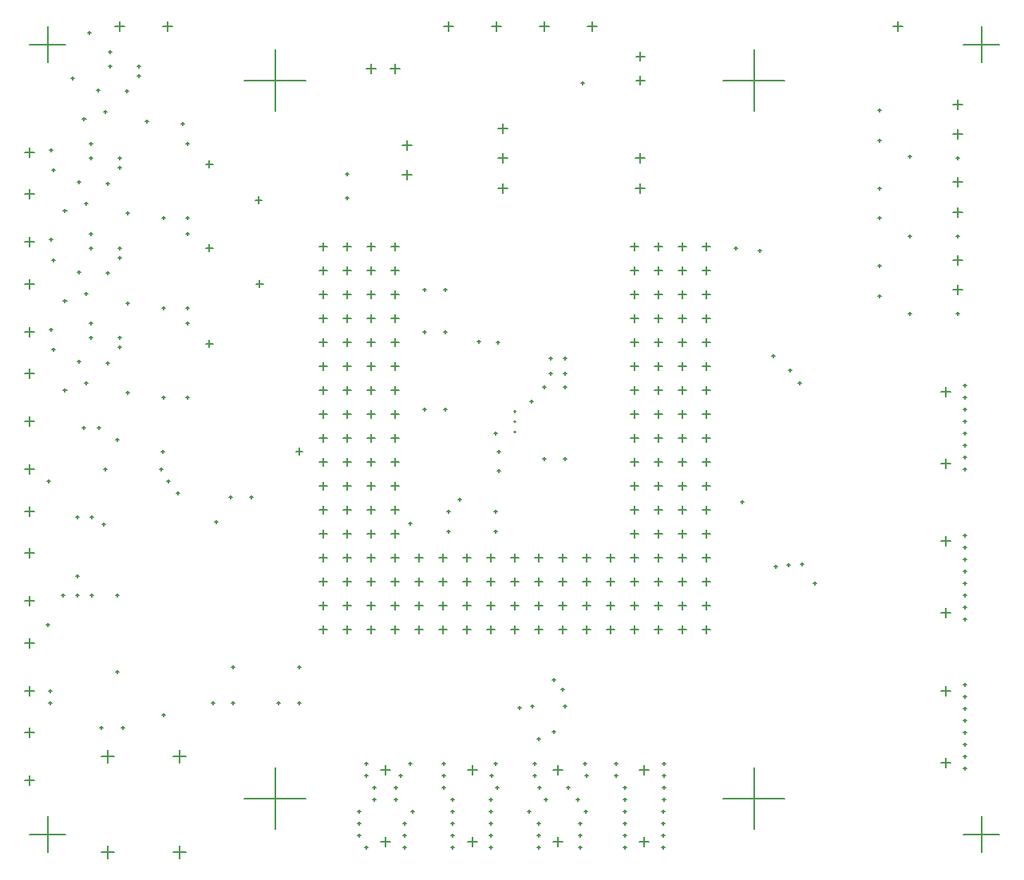
<source format=gbr>
%TF.GenerationSoftware,Altium Limited,Altium Designer,19.1.7 (138)*%
G04 Layer_Color=128*
%FSLAX26Y26*%
%MOIN*%
%TF.FileFunction,Drillmap*%
%TF.Part,Single*%
G01*
G75*
%TA.AperFunction,NonConductor*%
%ADD94C,0.005000*%
D94*
X1055000Y2125000D02*
X1095000D01*
X1075000Y2105000D02*
Y2145000D01*
X3259921Y1420000D02*
X3300079D01*
X3280000Y1399921D02*
Y1440079D01*
X3259921Y1120000D02*
X3300079D01*
X3280000Y1099921D02*
Y1140079D01*
X2540039Y1420000D02*
X2580197D01*
X2560118Y1399921D02*
Y1440079D01*
X2540039Y1120000D02*
X2580197D01*
X2560118Y1099921D02*
Y1140079D01*
X2904921Y1420000D02*
X2945079D01*
X2925000Y1399921D02*
Y1440079D01*
X2904921Y1120000D02*
X2945079D01*
X2925000Y1099921D02*
Y1140079D01*
X3619921Y1420000D02*
X3660079D01*
X3640000Y1399921D02*
Y1440079D01*
X3619921Y1120000D02*
X3660079D01*
X3640000Y1099921D02*
Y1140079D01*
X4879922Y2075000D02*
X4920079D01*
X4900000Y2054921D02*
Y2095079D01*
X4879922Y2375000D02*
X4920079D01*
X4900000Y2354921D02*
Y2395079D01*
X4879922Y1450000D02*
X4920079D01*
X4900000Y1429921D02*
Y1470079D01*
X4879922Y1750000D02*
X4920079D01*
X4900000Y1729921D02*
Y1770079D01*
X4879921Y3000000D02*
X4920079D01*
X4900000Y2979921D02*
Y3020079D01*
X4879921Y2700000D02*
X4920079D01*
X4900000Y2679921D02*
Y2720079D01*
X1055000Y1950000D02*
X1095000D01*
X1075000Y1930000D02*
Y1970000D01*
X1055000Y2325000D02*
X1095000D01*
X1075000Y2305000D02*
Y2345000D01*
X4930000Y3550000D02*
X4970000D01*
X4950000Y3530000D02*
Y3570000D01*
X2284000Y2005000D02*
X2316000D01*
X2300000Y1989000D02*
Y2021000D01*
X2484000Y2005000D02*
X2516000D01*
X2500000Y1989000D02*
Y2021000D01*
X2384000Y2105000D02*
X2416000D01*
X2400000Y2089000D02*
Y2121000D01*
X2384000Y2005000D02*
X2416000D01*
X2400000Y1989000D02*
Y2021000D01*
X2284000Y2105000D02*
X2316000D01*
X2300000Y2089000D02*
Y2121000D01*
X2284000Y2205000D02*
X2316000D01*
X2300000Y2189000D02*
Y2221000D01*
X2384000Y2205000D02*
X2416000D01*
X2400000Y2189000D02*
Y2221000D01*
X2384000Y2305000D02*
X2416000D01*
X2400000Y2289000D02*
Y2321000D01*
X2484000Y2305000D02*
X2516000D01*
X2500000Y2289000D02*
Y2321000D01*
X2284000Y2405000D02*
X2316000D01*
X2300000Y2389000D02*
Y2421000D01*
X2284000Y2505000D02*
X2316000D01*
X2300000Y2489000D02*
Y2521000D01*
X2284000Y2305000D02*
X2316000D01*
X2300000Y2289000D02*
Y2321000D01*
X2384000Y2505000D02*
X2416000D01*
X2400000Y2489000D02*
Y2521000D01*
X2384000Y2405000D02*
X2416000D01*
X2400000Y2389000D02*
Y2421000D01*
X2584000Y2005000D02*
X2616000D01*
X2600000Y1989000D02*
Y2021000D01*
X2584000Y2105000D02*
X2616000D01*
X2600000Y2089000D02*
Y2121000D01*
X2684000Y2005000D02*
X2716000D01*
X2700000Y1989000D02*
Y2021000D01*
X2984000Y2005000D02*
X3016000D01*
X3000000Y1989000D02*
Y2021000D01*
X2784000Y2005000D02*
X2816000D01*
X2800000Y1989000D02*
Y2021000D01*
X2884000Y2005000D02*
X2916000D01*
X2900000Y1989000D02*
Y2021000D01*
X2484000Y2105000D02*
X2516000D01*
X2500000Y2089000D02*
Y2121000D01*
X2484000Y2205000D02*
X2516000D01*
X2500000Y2189000D02*
Y2221000D01*
X2684000Y2105000D02*
X2716000D01*
X2700000Y2089000D02*
Y2121000D01*
X2584000Y2205000D02*
X2616000D01*
X2600000Y2189000D02*
Y2221000D01*
X2684000Y2205000D02*
X2716000D01*
X2700000Y2189000D02*
Y2221000D01*
X2484000Y2405000D02*
X2516000D01*
X2500000Y2389000D02*
Y2421000D01*
X2484000Y2505000D02*
X2516000D01*
X2500000Y2489000D02*
Y2521000D01*
X2584000Y2305000D02*
X2616000D01*
X2600000Y2289000D02*
Y2321000D01*
X2584000Y2505000D02*
X2616000D01*
X2600000Y2489000D02*
Y2521000D01*
X2584000Y2405000D02*
X2616000D01*
X2600000Y2389000D02*
Y2421000D01*
X2784000Y2105000D02*
X2816000D01*
X2800000Y2089000D02*
Y2121000D01*
X2784000Y2205000D02*
X2816000D01*
X2800000Y2189000D02*
Y2221000D01*
X2884000Y2105000D02*
X2916000D01*
X2900000Y2089000D02*
Y2121000D01*
X2884000Y2205000D02*
X2916000D01*
X2900000Y2189000D02*
Y2221000D01*
X2984000Y2105000D02*
X3016000D01*
X3000000Y2089000D02*
Y2121000D01*
X2784000Y2305000D02*
X2816000D01*
X2800000Y2289000D02*
Y2321000D01*
X2684000Y2305000D02*
X2716000D01*
X2700000Y2289000D02*
Y2321000D01*
X2984000Y2205000D02*
X3016000D01*
X3000000Y2189000D02*
Y2221000D01*
X2884000Y2305000D02*
X2916000D01*
X2900000Y2289000D02*
Y2321000D01*
X2984000Y2305000D02*
X3016000D01*
X3000000Y2289000D02*
Y2321000D01*
X2284000Y2605000D02*
X2316000D01*
X2300000Y2589000D02*
Y2621000D01*
X2284000Y2805000D02*
X2316000D01*
X2300000Y2789000D02*
Y2821000D01*
X2284000Y2705000D02*
X2316000D01*
X2300000Y2689000D02*
Y2721000D01*
X2284000Y2905000D02*
X2316000D01*
X2300000Y2889000D02*
Y2921000D01*
X2284000Y3105000D02*
X2316000D01*
X2300000Y3089000D02*
Y3121000D01*
X2284000Y3005000D02*
X2316000D01*
X2300000Y2989000D02*
Y3021000D01*
X2284000Y3505000D02*
X2316000D01*
X2300000Y3489000D02*
Y3521000D01*
X2284000Y3605000D02*
X2316000D01*
X2300000Y3589000D02*
Y3621000D01*
X2284000Y3205000D02*
X2316000D01*
X2300000Y3189000D02*
Y3221000D01*
X2284000Y3405000D02*
X2316000D01*
X2300000Y3389000D02*
Y3421000D01*
X2284000Y3305000D02*
X2316000D01*
X2300000Y3289000D02*
Y3321000D01*
X2384000Y2605000D02*
X2416000D01*
X2400000Y2589000D02*
Y2621000D01*
X2384000Y2705000D02*
X2416000D01*
X2400000Y2689000D02*
Y2721000D01*
X2484000Y2605000D02*
X2516000D01*
X2500000Y2589000D02*
Y2621000D01*
X2484000Y2705000D02*
X2516000D01*
X2500000Y2689000D02*
Y2721000D01*
X2384000Y2805000D02*
X2416000D01*
X2400000Y2789000D02*
Y2821000D01*
X2384000Y2905000D02*
X2416000D01*
X2400000Y2889000D02*
Y2921000D01*
X2484000Y2805000D02*
X2516000D01*
X2500000Y2789000D02*
Y2821000D01*
X2384000Y3105000D02*
X2416000D01*
X2400000Y3089000D02*
Y3121000D01*
X2384000Y3005000D02*
X2416000D01*
X2400000Y2989000D02*
Y3021000D01*
X2584000Y2705000D02*
X2616000D01*
X2600000Y2689000D02*
Y2721000D01*
X2484000Y2905000D02*
X2516000D01*
X2500000Y2889000D02*
Y2921000D01*
X2584000Y2605000D02*
X2616000D01*
X2600000Y2589000D02*
Y2621000D01*
X2584000Y2905000D02*
X2616000D01*
X2600000Y2889000D02*
Y2921000D01*
X2584000Y2805000D02*
X2616000D01*
X2600000Y2789000D02*
Y2821000D01*
X2484000Y3005000D02*
X2516000D01*
X2500000Y2989000D02*
Y3021000D01*
X2484000Y3105000D02*
X2516000D01*
X2500000Y3089000D02*
Y3121000D01*
X2584000Y3005000D02*
X2616000D01*
X2600000Y2989000D02*
Y3021000D01*
X2484000Y3205000D02*
X2516000D01*
X2500000Y3189000D02*
Y3221000D01*
X2584000Y3105000D02*
X2616000D01*
X2600000Y3089000D02*
Y3121000D01*
X2384000Y3305000D02*
X2416000D01*
X2400000Y3289000D02*
Y3321000D01*
X2384000Y3405000D02*
X2416000D01*
X2400000Y3389000D02*
Y3421000D01*
X2384000Y3205000D02*
X2416000D01*
X2400000Y3189000D02*
Y3221000D01*
X2484000Y3505000D02*
X2516000D01*
X2500000Y3489000D02*
Y3521000D01*
X2484000Y3305000D02*
X2516000D01*
X2500000Y3289000D02*
Y3321000D01*
X2384000Y3505000D02*
X2416000D01*
X2400000Y3489000D02*
Y3521000D01*
X2384000Y3605000D02*
X2416000D01*
X2400000Y3589000D02*
Y3621000D01*
X2484000Y3605000D02*
X2516000D01*
X2500000Y3589000D02*
Y3621000D01*
X2584000Y3305000D02*
X2616000D01*
X2600000Y3289000D02*
Y3321000D01*
X2484000Y3405000D02*
X2516000D01*
X2500000Y3389000D02*
Y3421000D01*
X2584000Y3205000D02*
X2616000D01*
X2600000Y3189000D02*
Y3221000D01*
X2584000Y3505000D02*
X2616000D01*
X2600000Y3489000D02*
Y3521000D01*
X2584000Y3405000D02*
X2616000D01*
X2600000Y3389000D02*
Y3421000D01*
X2584000Y3605000D02*
X2616000D01*
X2600000Y3589000D02*
Y3621000D01*
X3184000Y2005000D02*
X3216000D01*
X3200000Y1989000D02*
Y2021000D01*
X3084000Y2005000D02*
X3116000D01*
X3100000Y1989000D02*
Y2021000D01*
X3284000Y2105000D02*
X3316000D01*
X3300000Y2089000D02*
Y2121000D01*
X3284000Y2005000D02*
X3316000D01*
X3300000Y1989000D02*
Y2021000D01*
X3384000Y2005000D02*
X3416000D01*
X3400000Y1989000D02*
Y2021000D01*
X3484000Y2005000D02*
X3516000D01*
X3500000Y1989000D02*
Y2021000D01*
X3584000Y2005000D02*
X3616000D01*
X3600000Y1989000D02*
Y2021000D01*
X3084000Y2105000D02*
X3116000D01*
X3100000Y2089000D02*
Y2121000D01*
X3084000Y2205000D02*
X3116000D01*
X3100000Y2189000D02*
Y2221000D01*
X3184000Y2105000D02*
X3216000D01*
X3200000Y2089000D02*
Y2121000D01*
X3184000Y2205000D02*
X3216000D01*
X3200000Y2189000D02*
Y2221000D01*
X3184000Y2305000D02*
X3216000D01*
X3200000Y2289000D02*
Y2321000D01*
X3084000Y2305000D02*
X3116000D01*
X3100000Y2289000D02*
Y2321000D01*
X3284000Y2205000D02*
X3316000D01*
X3300000Y2189000D02*
Y2221000D01*
X3284000Y2305000D02*
X3316000D01*
X3300000Y2289000D02*
Y2321000D01*
X3384000Y2305000D02*
X3416000D01*
X3400000Y2289000D02*
Y2321000D01*
X3384000Y2105000D02*
X3416000D01*
X3400000Y2089000D02*
Y2121000D01*
X3384000Y2205000D02*
X3416000D01*
X3400000Y2189000D02*
Y2221000D01*
X3484000Y2105000D02*
X3516000D01*
X3500000Y2089000D02*
Y2121000D01*
X3484000Y2205000D02*
X3516000D01*
X3500000Y2189000D02*
Y2221000D01*
X3584000Y2105000D02*
X3616000D01*
X3600000Y2089000D02*
Y2121000D01*
X3584000Y2305000D02*
X3616000D01*
X3600000Y2289000D02*
Y2321000D01*
X3484000Y2305000D02*
X3516000D01*
X3500000Y2289000D02*
Y2321000D01*
X3584000Y2205000D02*
X3616000D01*
X3600000Y2189000D02*
Y2221000D01*
X3584000Y2505000D02*
X3616000D01*
X3600000Y2489000D02*
Y2521000D01*
X3584000Y2405000D02*
X3616000D01*
X3600000Y2389000D02*
Y2421000D01*
X3684000Y2005000D02*
X3716000D01*
X3700000Y1989000D02*
Y2021000D01*
X3684000Y2105000D02*
X3716000D01*
X3700000Y2089000D02*
Y2121000D01*
X3784000Y2105000D02*
X3816000D01*
X3800000Y2089000D02*
Y2121000D01*
X3784000Y2005000D02*
X3816000D01*
X3800000Y1989000D02*
Y2021000D01*
X3884000Y2005000D02*
X3916000D01*
X3900000Y1989000D02*
Y2021000D01*
X3684000Y2205000D02*
X3716000D01*
X3700000Y2189000D02*
Y2221000D01*
X3684000Y2305000D02*
X3716000D01*
X3700000Y2289000D02*
Y2321000D01*
X3784000Y2205000D02*
X3816000D01*
X3800000Y2189000D02*
Y2221000D01*
X3784000Y2305000D02*
X3816000D01*
X3800000Y2289000D02*
Y2321000D01*
X3884000Y2205000D02*
X3916000D01*
X3900000Y2189000D02*
Y2221000D01*
X3684000Y2405000D02*
X3716000D01*
X3700000Y2389000D02*
Y2421000D01*
X3684000Y2505000D02*
X3716000D01*
X3700000Y2489000D02*
Y2521000D01*
X3884000Y2305000D02*
X3916000D01*
X3900000Y2289000D02*
Y2321000D01*
X3784000Y2505000D02*
X3816000D01*
X3800000Y2489000D02*
Y2521000D01*
X3784000Y2405000D02*
X3816000D01*
X3800000Y2389000D02*
Y2421000D01*
X3884000Y2105000D02*
X3916000D01*
X3900000Y2089000D02*
Y2121000D01*
X3884000Y2405000D02*
X3916000D01*
X3900000Y2389000D02*
Y2421000D01*
X3584000Y2605000D02*
X3616000D01*
X3600000Y2589000D02*
Y2621000D01*
X3584000Y2705000D02*
X3616000D01*
X3600000Y2689000D02*
Y2721000D01*
X3684000Y2705000D02*
X3716000D01*
X3700000Y2689000D02*
Y2721000D01*
X3684000Y2805000D02*
X3716000D01*
X3700000Y2789000D02*
Y2821000D01*
X3584000Y2805000D02*
X3616000D01*
X3600000Y2789000D02*
Y2821000D01*
X3584000Y2905000D02*
X3616000D01*
X3600000Y2889000D02*
Y2921000D01*
X3684000Y2905000D02*
X3716000D01*
X3700000Y2889000D02*
Y2921000D01*
X3584000Y3105000D02*
X3616000D01*
X3600000Y3089000D02*
Y3121000D01*
X3584000Y3005000D02*
X3616000D01*
X3600000Y2989000D02*
Y3021000D01*
X3784000Y2605000D02*
X3816000D01*
X3800000Y2589000D02*
Y2621000D01*
X3684000Y2605000D02*
X3716000D01*
X3700000Y2589000D02*
Y2621000D01*
X3784000Y2705000D02*
X3816000D01*
X3800000Y2689000D02*
Y2721000D01*
X3784000Y2905000D02*
X3816000D01*
X3800000Y2889000D02*
Y2921000D01*
X3784000Y2805000D02*
X3816000D01*
X3800000Y2789000D02*
Y2821000D01*
X3684000Y3005000D02*
X3716000D01*
X3700000Y2989000D02*
Y3021000D01*
X3684000Y3105000D02*
X3716000D01*
X3700000Y3089000D02*
Y3121000D01*
X3784000Y3005000D02*
X3816000D01*
X3800000Y2989000D02*
Y3021000D01*
X3784000Y3205000D02*
X3816000D01*
X3800000Y3189000D02*
Y3221000D01*
X3784000Y3105000D02*
X3816000D01*
X3800000Y3089000D02*
Y3121000D01*
X3584000Y3205000D02*
X3616000D01*
X3600000Y3189000D02*
Y3221000D01*
X3584000Y3305000D02*
X3616000D01*
X3600000Y3289000D02*
Y3321000D01*
X3684000Y3405000D02*
X3716000D01*
X3700000Y3389000D02*
Y3421000D01*
X3584000Y3405000D02*
X3616000D01*
X3600000Y3389000D02*
Y3421000D01*
X3584000Y3605000D02*
X3616000D01*
X3600000Y3589000D02*
Y3621000D01*
X3584000Y3505000D02*
X3616000D01*
X3600000Y3489000D02*
Y3521000D01*
X3684000Y3205000D02*
X3716000D01*
X3700000Y3189000D02*
Y3221000D01*
X3684000Y3305000D02*
X3716000D01*
X3700000Y3289000D02*
Y3321000D01*
X3784000Y3305000D02*
X3816000D01*
X3800000Y3289000D02*
Y3321000D01*
X3684000Y3505000D02*
X3716000D01*
X3700000Y3489000D02*
Y3521000D01*
X3784000Y3405000D02*
X3816000D01*
X3800000Y3389000D02*
Y3421000D01*
X3684000Y3605000D02*
X3716000D01*
X3700000Y3589000D02*
Y3621000D01*
X3784000Y3505000D02*
X3816000D01*
X3800000Y3489000D02*
Y3521000D01*
X3784000Y3605000D02*
X3816000D01*
X3800000Y3589000D02*
Y3621000D01*
X3884000Y2505000D02*
X3916000D01*
X3900000Y2489000D02*
Y2521000D01*
X3884000Y2605000D02*
X3916000D01*
X3900000Y2589000D02*
Y2621000D01*
X3884000Y2705000D02*
X3916000D01*
X3900000Y2689000D02*
Y2721000D01*
X3884000Y2805000D02*
X3916000D01*
X3900000Y2789000D02*
Y2821000D01*
X3884000Y3005000D02*
X3916000D01*
X3900000Y2989000D02*
Y3021000D01*
X3884000Y2905000D02*
X3916000D01*
X3900000Y2889000D02*
Y2921000D01*
X3884000Y3105000D02*
X3916000D01*
X3900000Y3089000D02*
Y3121000D01*
X3884000Y3205000D02*
X3916000D01*
X3900000Y3189000D02*
Y3221000D01*
X3884000Y3405000D02*
X3916000D01*
X3900000Y3389000D02*
Y3421000D01*
X3884000Y3305000D02*
X3916000D01*
X3900000Y3289000D02*
Y3321000D01*
X3884000Y3505000D02*
X3916000D01*
X3900000Y3489000D02*
Y3521000D01*
X3884000Y3605000D02*
X3916000D01*
X3900000Y3589000D02*
Y3621000D01*
X1374000Y1475000D02*
X1426000D01*
X1400000Y1449000D02*
Y1501000D01*
X1374000Y1075000D02*
X1426000D01*
X1400000Y1049000D02*
Y1101000D01*
X1674000Y1075000D02*
X1726000D01*
X1700000Y1049000D02*
Y1101000D01*
X1674000Y1475000D02*
X1726000D01*
X1700000Y1449000D02*
Y1501000D01*
X1055000Y3825000D02*
X1095000D01*
X1075000Y3805000D02*
Y3845000D01*
X1055000Y4000000D02*
X1095000D01*
X1075000Y3980000D02*
Y4020000D01*
X1055000Y3450000D02*
X1095000D01*
X1075000Y3430000D02*
Y3470000D01*
X1055000Y3625000D02*
X1095000D01*
X1075000Y3605000D02*
Y3645000D01*
X1055000Y3075000D02*
X1095000D01*
X1075000Y3055000D02*
Y3095000D01*
X1055000Y3250000D02*
X1095000D01*
X1075000Y3230000D02*
Y3270000D01*
X3405000Y4525000D02*
X3445000D01*
X3425000Y4505000D02*
Y4545000D01*
X2479921Y4350000D02*
X2520079D01*
X2500000Y4329921D02*
Y4370079D01*
X2579921Y4350000D02*
X2620079D01*
X2600000Y4329921D02*
Y4370079D01*
X3607481Y4400000D02*
X3642520D01*
X3625000Y4382480D02*
Y4417520D01*
X3607481Y4300000D02*
X3642520D01*
X3625000Y4282480D02*
Y4317520D01*
X1055000Y2500000D02*
X1095000D01*
X1075000Y2480000D02*
Y2520000D01*
X1430000Y4525000D02*
X1470000D01*
X1450000Y4505000D02*
Y4545000D01*
X1055000Y1750000D02*
X1095000D01*
X1075000Y1730000D02*
Y1770000D01*
X1055000Y1375000D02*
X1095000D01*
X1075000Y1355000D02*
Y1395000D01*
X1055000Y1575000D02*
X1095000D01*
X1075000Y1555000D02*
Y1595000D01*
X4930000Y3750000D02*
X4970000D01*
X4950000Y3730000D02*
Y3770000D01*
X4930000Y3875000D02*
X4970000D01*
X4950000Y3855000D02*
Y3895000D01*
X4930000Y4075000D02*
X4970000D01*
X4950000Y4055000D02*
Y4095000D01*
X4930000Y4200000D02*
X4970000D01*
X4950000Y4180000D02*
Y4220000D01*
X4930000Y3425000D02*
X4970000D01*
X4950000Y3405000D02*
Y3445000D01*
X1055000Y2875000D02*
X1095000D01*
X1075000Y2855000D02*
Y2895000D01*
X1055000Y2675000D02*
X1095000D01*
X1075000Y2655000D02*
Y2695000D01*
X2805000Y4525000D02*
X2845000D01*
X2825000Y4505000D02*
Y4545000D01*
X3005000Y4525000D02*
X3045000D01*
X3025000Y4505000D02*
Y4545000D01*
X3205000Y4525000D02*
X3245000D01*
X3225000Y4505000D02*
Y4545000D01*
X1630000Y4525000D02*
X1670000D01*
X1650000Y4505000D02*
Y4545000D01*
X4680000Y4525000D02*
X4720000D01*
X4700000Y4505000D02*
Y4545000D01*
X3605000Y3975000D02*
X3645000D01*
X3625000Y3955000D02*
Y3995000D01*
X3605000Y3850000D02*
X3645000D01*
X3625000Y3830000D02*
Y3870000D01*
X3030000Y3850000D02*
X3070000D01*
X3050000Y3830000D02*
Y3870000D01*
X3030000Y3975000D02*
X3070000D01*
X3050000Y3955000D02*
Y3995000D01*
X3030000Y4100000D02*
X3070000D01*
X3050000Y4080000D02*
Y4120000D01*
X2630000Y3904921D02*
X2670000D01*
X2650000Y3884921D02*
Y3924921D01*
X2630000Y4029921D02*
X2670000D01*
X2650000Y4009921D02*
Y4049921D01*
X1075000Y1150000D02*
X1225000D01*
X1150000Y1075000D02*
Y1225000D01*
X1075000Y4450000D02*
X1225000D01*
X1150000Y4375000D02*
Y4525000D01*
X4975000Y1150000D02*
X5125000D01*
X5050000Y1075000D02*
Y1225000D01*
X4975000Y4450000D02*
X5125000D01*
X5050000Y4375000D02*
Y4525000D01*
X1623000Y2750000D02*
X1637000D01*
X1630000Y2743000D02*
Y2757000D01*
X2943000Y3210000D02*
X2957000D01*
X2950000Y3203000D02*
Y3217000D01*
X1143000Y2025000D02*
X1157000D01*
X1150000Y2018000D02*
Y2032000D01*
X1383000Y2675000D02*
X1397000D01*
X1390000Y2668000D02*
Y2682000D01*
X1148000Y2625000D02*
X1162000D01*
X1155000Y2618000D02*
Y2632000D01*
X3391074Y1245574D02*
X3405074D01*
X3398074Y1238574D02*
Y1252574D01*
X3358000Y1295000D02*
X3372000D01*
X3365000Y1288000D02*
Y1302000D01*
X2473000Y1395000D02*
X2487000D01*
X2480000Y1388000D02*
Y1402000D01*
X2473000Y1445000D02*
X2487000D01*
X2480000Y1438000D02*
Y1452000D01*
X2658000Y1445000D02*
X2672000D01*
X2665000Y1438000D02*
Y1452000D01*
X3518000Y1395000D02*
X3532000D01*
X3525000Y1388000D02*
Y1402000D01*
X3518000Y1445000D02*
X3532000D01*
X3525000Y1438000D02*
Y1452000D01*
X3198000Y1345000D02*
X3212000D01*
X3205000Y1338000D02*
Y1352000D01*
X3193000Y1550000D02*
X3207000D01*
X3200000Y1543000D02*
Y1557000D01*
X3178000Y1395000D02*
X3192000D01*
X3185000Y1388000D02*
Y1402000D01*
X3178000Y1445000D02*
X3192000D01*
X3185000Y1438000D02*
Y1452000D01*
X2473000Y1095000D02*
X2487000D01*
X2480000Y1088000D02*
Y1102000D01*
X2798000Y1345000D02*
X2812000D01*
X2805000Y1338000D02*
Y1352000D01*
X2798000Y1395000D02*
X2812000D01*
X2805000Y1388000D02*
Y1402000D01*
X2798000Y1445000D02*
X2812000D01*
X2805000Y1438000D02*
Y1452000D01*
X3193000Y1195000D02*
X3207000D01*
X3200000Y1188000D02*
Y1202000D01*
X3193000Y1145000D02*
X3207000D01*
X3200000Y1138000D02*
Y1152000D01*
X3193000Y1095000D02*
X3207000D01*
X3200000Y1088000D02*
Y1102000D01*
X4973118Y3025000D02*
X4987118D01*
X4980118Y3018000D02*
Y3032000D01*
X4973118Y2975000D02*
X4987118D01*
X4980118Y2968000D02*
Y2982000D01*
X4973118Y2925000D02*
X4987118D01*
X4980118Y2918000D02*
Y2932000D01*
X4973118Y2875000D02*
X4987118D01*
X4980118Y2868000D02*
Y2882000D01*
X4973118Y2825000D02*
X4987118D01*
X4980118Y2818000D02*
Y2832000D01*
X4973118Y2775000D02*
X4987118D01*
X4980118Y2768000D02*
Y2782000D01*
X4973118Y2725000D02*
X4987118D01*
X4980118Y2718000D02*
Y2732000D01*
X4973118Y2675000D02*
X4987118D01*
X4980118Y2668000D02*
Y2682000D01*
X1293000Y2850000D02*
X1307000D01*
X1300000Y2843000D02*
Y2857000D01*
X2186000Y2750000D02*
X2214000D01*
X2200000Y2736000D02*
Y2764000D01*
X3096063Y2832677D02*
X3103937D01*
X3100000Y2828740D02*
Y2836614D01*
X3096063Y2875000D02*
X3103937D01*
X3100000Y2871063D02*
Y2878937D01*
X3096063Y2917323D02*
X3103937D01*
X3100000Y2913386D02*
Y2921260D01*
X1458000Y1595000D02*
X1472000D01*
X1465000Y1588000D02*
Y1602000D01*
X1811000Y3950000D02*
X1839000D01*
X1825000Y3936000D02*
Y3964000D01*
X1811000Y3600000D02*
X1839000D01*
X1825000Y3586000D02*
Y3614000D01*
X1811000Y3200000D02*
X1839000D01*
X1825000Y3186000D02*
Y3214000D01*
X2598118Y1295000D02*
X2612118D01*
X2605118Y1288000D02*
Y1302000D01*
X2443118Y1245000D02*
X2457118D01*
X2450118Y1238000D02*
Y1252000D01*
X2443118Y1195000D02*
X2457118D01*
X2450118Y1188000D02*
Y1202000D01*
X2508118Y1345000D02*
X2522118D01*
X2515118Y1338000D02*
Y1352000D01*
X2508118Y1295000D02*
X2522118D01*
X2515118Y1288000D02*
Y1302000D01*
X2598118Y1345000D02*
X2612118D01*
X2605118Y1338000D02*
Y1352000D01*
X2618118Y1395000D02*
X2632118D01*
X2625118Y1388000D02*
Y1402000D01*
X1318000Y4500000D02*
X1332000D01*
X1325000Y4493000D02*
Y4507000D01*
X1403000Y4420000D02*
X1417000D01*
X1410000Y4413000D02*
Y4427000D01*
X3303000Y3140000D02*
X3317000D01*
X3310000Y3133000D02*
Y3147000D01*
X3243000Y3140000D02*
X3257000D01*
X3250000Y3133000D02*
Y3147000D01*
X3303000Y3075000D02*
X3317000D01*
X3310000Y3068000D02*
Y3082000D01*
X3243000Y3075000D02*
X3257000D01*
X3250000Y3068000D02*
Y3082000D01*
X1848000Y2455000D02*
X1862000D01*
X1855000Y2448000D02*
Y2462000D01*
X1358000Y2850000D02*
X1372000D01*
X1365000Y2843000D02*
Y2857000D01*
X1688000Y2575000D02*
X1702000D01*
X1695000Y2568000D02*
Y2582000D01*
X1648000Y2625000D02*
X1662000D01*
X1655000Y2618000D02*
Y2632000D01*
X1618000Y2675000D02*
X1632000D01*
X1625000Y2668000D02*
Y2682000D01*
X1268000Y2230000D02*
X1282000D01*
X1275000Y2223000D02*
Y2237000D01*
X1378000Y2445000D02*
X1392000D01*
X1385000Y2438000D02*
Y2452000D01*
X2658000Y2450000D02*
X2672000D01*
X2665000Y2443000D02*
Y2457000D01*
X2863000Y2550000D02*
X2877000D01*
X2870000Y2543000D02*
Y2557000D01*
X1918000Y1850000D02*
X1932000D01*
X1925000Y1843000D02*
Y1857000D01*
X2193000Y1850000D02*
X2207000D01*
X2200000Y1843000D02*
Y1857000D01*
X3163000Y2960000D02*
X3177000D01*
X3170000Y2953000D02*
Y2967000D01*
X3013000Y2825000D02*
X3027000D01*
X3020000Y2818000D02*
Y2832000D01*
X3013000Y2500000D02*
X3027000D01*
X3020000Y2493000D02*
Y2507000D01*
X2818000Y2415000D02*
X2832000D01*
X2825000Y2408000D02*
Y2422000D01*
X3013000Y2415000D02*
X3027000D01*
X3020000Y2408000D02*
Y2422000D01*
X2818000Y2500000D02*
X2832000D01*
X2825000Y2493000D02*
Y2507000D01*
X3378000Y4290000D02*
X3392000D01*
X3385000Y4283000D02*
Y4297000D01*
X2021000Y3450000D02*
X2049000D01*
X2035000Y3436000D02*
Y3464000D01*
X2016000Y3800000D02*
X2044000D01*
X2030000Y3786000D02*
Y3814000D01*
X1433000Y1830000D02*
X1447000D01*
X1440000Y1823000D02*
Y1837000D01*
X1153000Y1700000D02*
X1167000D01*
X1160000Y1693000D02*
Y1707000D01*
X1368000Y1595000D02*
X1382000D01*
X1375000Y1588000D02*
Y1602000D01*
X1153000Y1750000D02*
X1167000D01*
X1160000Y1743000D02*
Y1757000D01*
X1628000Y1650000D02*
X1642000D01*
X1635000Y1643000D02*
Y1657000D01*
X1328000Y2150000D02*
X1342000D01*
X1335000Y2143000D02*
Y2157000D01*
X1328000Y2475000D02*
X1342000D01*
X1335000Y2468000D02*
Y2482000D01*
X1268000Y2475000D02*
X1282000D01*
X1275000Y2468000D02*
Y2482000D01*
X1268000Y2150000D02*
X1282000D01*
X1275000Y2143000D02*
Y2157000D01*
X1433000Y2150000D02*
X1447000D01*
X1440000Y2143000D02*
Y2157000D01*
X1208000Y2150000D02*
X1222000D01*
X1215000Y2143000D02*
Y2157000D01*
X1433000Y2800000D02*
X1447000D01*
X1440000Y2793000D02*
Y2807000D01*
X3223000Y1295000D02*
X3237000D01*
X3230000Y1288000D02*
Y1302000D01*
X3153000Y1245000D02*
X3167000D01*
X3160000Y1238000D02*
Y1252000D01*
X3388000Y1445000D02*
X3402000D01*
X3395000Y1438000D02*
Y1452000D01*
X3393000Y1395000D02*
X3407000D01*
X3400000Y1388000D02*
Y1402000D01*
X3258000Y1580000D02*
X3272000D01*
X3265000Y1573000D02*
Y1587000D01*
X3318000Y1345000D02*
X3332000D01*
X3325000Y1338000D02*
Y1352000D01*
X3168000Y1685000D02*
X3182000D01*
X3175000Y1678000D02*
Y1692000D01*
X3113000Y1680000D02*
X3127000D01*
X3120000Y1673000D02*
Y1687000D01*
X3368000Y1195000D02*
X3382000D01*
X3375000Y1188000D02*
Y1202000D01*
X3303000Y1685000D02*
X3317000D01*
X3310000Y1678000D02*
Y1692000D01*
X3293000Y1755000D02*
X3307000D01*
X3300000Y1748000D02*
Y1762000D01*
X3258000Y1795000D02*
X3272000D01*
X3265000Y1788000D02*
Y1802000D01*
X3553000Y1345000D02*
X3567000D01*
X3560000Y1338000D02*
Y1352000D01*
X3553000Y1295000D02*
X3567000D01*
X3560000Y1288000D02*
Y1302000D01*
X3553000Y1245000D02*
X3567000D01*
X3560000Y1238000D02*
Y1252000D01*
X3553000Y1195000D02*
X3567000D01*
X3560000Y1188000D02*
Y1202000D01*
X3553000Y1095000D02*
X3567000D01*
X3560000Y1088000D02*
Y1102000D01*
X3553000Y1145000D02*
X3567000D01*
X3560000Y1138000D02*
Y1152000D01*
X3713000Y1095000D02*
X3727000D01*
X3720000Y1088000D02*
Y1102000D01*
X3713000Y1145000D02*
X3727000D01*
X3720000Y1138000D02*
Y1152000D01*
X3713000Y1195000D02*
X3727000D01*
X3720000Y1188000D02*
Y1202000D01*
X3713000Y1245000D02*
X3727000D01*
X3720000Y1238000D02*
Y1252000D01*
X3013000Y1445000D02*
X3027000D01*
X3020000Y1438000D02*
Y1452000D01*
X2993000Y1245000D02*
X3007000D01*
X3000000Y1238000D02*
Y1252000D01*
X3019731Y1346731D02*
X3033731D01*
X3026731Y1339731D02*
Y1353731D01*
X2998000Y1395000D02*
X3012000D01*
X3005000Y1388000D02*
Y1402000D01*
X2833000Y1095000D02*
X2847000D01*
X2840000Y1088000D02*
Y1102000D01*
X2833000Y1145000D02*
X2847000D01*
X2840000Y1138000D02*
Y1152000D01*
X2833000Y1195000D02*
X2847000D01*
X2840000Y1188000D02*
Y1202000D01*
X2833000Y1245000D02*
X2847000D01*
X2840000Y1238000D02*
Y1252000D01*
X2833000Y1295000D02*
X2847000D01*
X2840000Y1288000D02*
Y1302000D01*
X2633236Y1195000D02*
X2647236D01*
X2640236Y1188000D02*
Y1202000D01*
X2633236Y1145000D02*
X2647236D01*
X2640236Y1138000D02*
Y1152000D01*
X2633236Y1095000D02*
X2647236D01*
X2640236Y1088000D02*
Y1102000D01*
X3368000Y1095000D02*
X3382000D01*
X3375000Y1088000D02*
Y1102000D01*
X3368000Y1145000D02*
X3382000D01*
X3375000Y1138000D02*
Y1152000D01*
X2668118Y1245000D02*
X2682118D01*
X2675118Y1238000D02*
Y1252000D01*
X2443118Y1145000D02*
X2457118D01*
X2450118Y1138000D02*
Y1152000D01*
X1403000Y4360000D02*
X1417000D01*
X1410000Y4353000D02*
Y4367000D01*
X1323000Y4035000D02*
X1337000D01*
X1330000Y4028000D02*
Y4042000D01*
X1323000Y3975000D02*
X1337000D01*
X1330000Y3968000D02*
Y3982000D01*
X1323000Y3660000D02*
X1337000D01*
X1330000Y3653000D02*
Y3667000D01*
X1323000Y3600000D02*
X1337000D01*
X1330000Y3593000D02*
Y3607000D01*
X1628000Y2975000D02*
X1642000D01*
X1635000Y2968000D02*
Y2982000D01*
X1628000Y3725000D02*
X1642000D01*
X1635000Y3718000D02*
Y3732000D01*
X1628000Y3350000D02*
X1642000D01*
X1635000Y3343000D02*
Y3357000D01*
X4618000Y3525000D02*
X4632000D01*
X4625000Y3518000D02*
Y3532000D01*
X4618000Y4175000D02*
X4632000D01*
X4625000Y4168000D02*
Y4182000D01*
X4618000Y3850000D02*
X4632000D01*
X4625000Y3843000D02*
Y3857000D01*
X4618000Y4050000D02*
X4632000D01*
X4625000Y4043000D02*
Y4057000D01*
X4943000Y3325000D02*
X4957000D01*
X4950000Y3318000D02*
Y3332000D01*
X4943000Y3650000D02*
X4957000D01*
X4950000Y3643000D02*
Y3657000D01*
X4943000Y3975000D02*
X4957000D01*
X4950000Y3968000D02*
Y3982000D01*
X4743000Y3982087D02*
X4757000D01*
X4750000Y3975087D02*
Y3989087D01*
X4743000Y3650000D02*
X4757000D01*
X4750000Y3643000D02*
Y3657000D01*
X4618000Y3725000D02*
X4632000D01*
X4625000Y3718000D02*
Y3732000D01*
X4618000Y3400000D02*
X4632000D01*
X4625000Y3393000D02*
Y3407000D01*
X4743000Y3325000D02*
X4757000D01*
X4750000Y3318000D02*
Y3332000D01*
X4043000Y2540000D02*
X4057000D01*
X4050000Y2533000D02*
Y2547000D01*
X4173000Y3150000D02*
X4187000D01*
X4180000Y3143000D02*
Y3157000D01*
X4243000Y3090000D02*
X4257000D01*
X4250000Y3083000D02*
Y3097000D01*
X4283000Y3035000D02*
X4297000D01*
X4290000Y3028000D02*
Y3042000D01*
X4183000Y2270000D02*
X4197000D01*
X4190000Y2263000D02*
Y2277000D01*
X4238000Y2275000D02*
X4252000D01*
X4245000Y2268000D02*
Y2282000D01*
X4293000Y2280000D02*
X4307000D01*
X4300000Y2273000D02*
Y2287000D01*
X4348000Y2200000D02*
X4362000D01*
X4355000Y2193000D02*
Y2207000D01*
X1728000Y3660000D02*
X1742000D01*
X1735000Y3653000D02*
Y3667000D01*
X2393000Y3910000D02*
X2407000D01*
X2400000Y3903000D02*
Y3917000D01*
X2393000Y3810000D02*
X2407000D01*
X2400000Y3803000D02*
Y3817000D01*
X1158000Y4010000D02*
X1172000D01*
X1165000Y4003000D02*
Y4017000D01*
X1728000Y3725000D02*
X1742000D01*
X1735000Y3718000D02*
Y3732000D01*
X1728000Y4035000D02*
X1742000D01*
X1735000Y4028000D02*
Y4042000D01*
X1303000Y3785000D02*
X1317000D01*
X1310000Y3778000D02*
Y3792000D01*
X1393000Y3870000D02*
X1407000D01*
X1400000Y3863000D02*
Y3877000D01*
X1478000Y3745000D02*
X1492000D01*
X1485000Y3738000D02*
Y3752000D01*
X1443000Y3975000D02*
X1457000D01*
X1450000Y3968000D02*
Y3982000D01*
X1443000Y3935000D02*
X1457000D01*
X1450000Y3928000D02*
Y3942000D01*
X1273000Y3875000D02*
X1287000D01*
X1280000Y3868000D02*
Y3882000D01*
X1214968Y3755000D02*
X1228968D01*
X1221968Y3748000D02*
Y3762000D01*
X1168000Y3925000D02*
X1182000D01*
X1175000Y3918000D02*
Y3932000D01*
X1158000Y3635000D02*
X1172000D01*
X1165000Y3628000D02*
Y3642000D01*
X1728000Y3350000D02*
X1742000D01*
X1735000Y3343000D02*
Y3357000D01*
X1303000Y3410000D02*
X1317000D01*
X1310000Y3403000D02*
Y3417000D01*
X1393000Y3495000D02*
X1407000D01*
X1400000Y3488000D02*
Y3502000D01*
X1478000Y3370000D02*
X1492000D01*
X1485000Y3363000D02*
Y3377000D01*
X1443000Y3600000D02*
X1457000D01*
X1450000Y3593000D02*
Y3607000D01*
X1443000Y3560000D02*
X1457000D01*
X1450000Y3553000D02*
Y3567000D01*
X1273000Y3500000D02*
X1287000D01*
X1280000Y3493000D02*
Y3507000D01*
X1214968Y3380000D02*
X1228968D01*
X1221968Y3373000D02*
Y3387000D01*
X1168000Y3550000D02*
X1182000D01*
X1175000Y3543000D02*
Y3557000D01*
X1323000Y3285000D02*
X1337000D01*
X1330000Y3278000D02*
Y3292000D01*
X1323000Y3225000D02*
X1337000D01*
X1330000Y3218000D02*
Y3232000D01*
X1158000Y3260000D02*
X1172000D01*
X1165000Y3253000D02*
Y3267000D01*
X1728000Y2975000D02*
X1742000D01*
X1735000Y2968000D02*
Y2982000D01*
X1728000Y3285000D02*
X1742000D01*
X1735000Y3278000D02*
Y3292000D01*
X1303000Y3035000D02*
X1317000D01*
X1310000Y3028000D02*
Y3042000D01*
X1393000Y3120000D02*
X1407000D01*
X1400000Y3113000D02*
Y3127000D01*
X1478000Y2995000D02*
X1492000D01*
X1485000Y2988000D02*
Y3002000D01*
X1443000Y3225000D02*
X1457000D01*
X1450000Y3218000D02*
Y3232000D01*
X1443000Y3185000D02*
X1457000D01*
X1450000Y3178000D02*
Y3192000D01*
X1273000Y3125000D02*
X1287000D01*
X1280000Y3118000D02*
Y3132000D01*
X1214968Y3005000D02*
X1228968D01*
X1221968Y2998000D02*
Y3012000D01*
X1168000Y3175000D02*
X1182000D01*
X1175000Y3168000D02*
Y3182000D01*
X1248000Y4310000D02*
X1262000D01*
X1255000Y4303000D02*
Y4317000D01*
X1294968Y4140000D02*
X1308968D01*
X1301968Y4133000D02*
Y4147000D01*
X1353000Y4260000D02*
X1367000D01*
X1360000Y4253000D02*
Y4267000D01*
X1383000Y4170000D02*
X1397000D01*
X1390000Y4163000D02*
Y4177000D01*
X2993000Y1295000D02*
X3007000D01*
X3000000Y1288000D02*
Y1302000D01*
X2993000Y1195000D02*
X3007000D01*
X3000000Y1188000D02*
Y1202000D01*
X2993000Y1145000D02*
X3007000D01*
X3000000Y1138000D02*
Y1152000D01*
X2993000Y1095000D02*
X3007000D01*
X3000000Y1088000D02*
Y1102000D01*
X3718000Y1295000D02*
X3732000D01*
X3725000Y1288000D02*
Y1302000D01*
X3718000Y1345000D02*
X3732000D01*
X3725000Y1338000D02*
Y1352000D01*
X3718000Y1395000D02*
X3732000D01*
X3725000Y1388000D02*
Y1402000D01*
X3718000Y1445000D02*
X3732000D01*
X3725000Y1438000D02*
Y1452000D01*
X1473000Y4255000D02*
X1487000D01*
X1480000Y4248000D02*
Y4262000D01*
X1708000Y4120000D02*
X1722000D01*
X1715000Y4113000D02*
Y4127000D01*
X4973118Y2400000D02*
X4987118D01*
X4980118Y2393000D02*
Y2407000D01*
X3218000Y3020000D02*
X3232000D01*
X3225000Y3013000D02*
Y3027000D01*
X3971500Y4300000D02*
X4228500D01*
X4100000Y4171500D02*
Y4428500D01*
X4118000Y3590000D02*
X4132000D01*
X4125000Y3583000D02*
Y3597000D01*
X4018000Y3600000D02*
X4032000D01*
X4025000Y3593000D02*
Y3607000D01*
X3971500Y1300000D02*
X4228500D01*
X4100000Y1171500D02*
Y1428500D01*
X1918000Y1700000D02*
X1932000D01*
X1925000Y1693000D02*
Y1707000D01*
X1833000Y1700000D02*
X1847000D01*
X1840000Y1693000D02*
Y1707000D01*
X4973000Y2099882D02*
X4987000D01*
X4980000Y2092882D02*
Y2106882D01*
X4973000Y2349882D02*
X4987000D01*
X4980000Y2342882D02*
Y2356882D01*
X4973000Y2299882D02*
X4987000D01*
X4980000Y2292882D02*
Y2306882D01*
X4973000Y2199882D02*
X4987000D01*
X4980000Y2192882D02*
Y2206882D01*
X4973000Y2249882D02*
X4987000D01*
X4980000Y2242882D02*
Y2256882D01*
X4973000Y2149882D02*
X4987000D01*
X4980000Y2142882D02*
Y2156882D01*
X4973000Y2049882D02*
X4987000D01*
X4980000Y2042882D02*
Y2056882D01*
X2803000Y2925000D02*
X2817000D01*
X2810000Y2918000D02*
Y2932000D01*
X2718000Y2925000D02*
X2732000D01*
X2725000Y2918000D02*
Y2932000D01*
X1558000Y4130000D02*
X1572000D01*
X1565000Y4123000D02*
Y4137000D01*
X1523000Y4360000D02*
X1537000D01*
X1530000Y4353000D02*
Y4367000D01*
X1523000Y4320000D02*
X1537000D01*
X1530000Y4313000D02*
Y4327000D01*
X2803000Y3250000D02*
X2817000D01*
X2810000Y3243000D02*
Y3257000D01*
X2718000Y3250000D02*
X2732000D01*
X2725000Y3243000D02*
Y3257000D01*
X2803000Y3425000D02*
X2817000D01*
X2810000Y3418000D02*
Y3432000D01*
X2718000Y3425000D02*
X2732000D01*
X2725000Y3418000D02*
Y3432000D01*
X2108000Y1700000D02*
X2122000D01*
X2115000Y1693000D02*
Y1707000D01*
X2193000Y1700000D02*
X2207000D01*
X2200000Y1693000D02*
Y1707000D01*
X3028000Y2750000D02*
X3042000D01*
X3035000Y2743000D02*
Y2757000D01*
X3028000Y2670000D02*
X3042000D01*
X3035000Y2663000D02*
Y2677000D01*
X3023000Y3205000D02*
X3037000D01*
X3030000Y3198000D02*
Y3212000D01*
X3303000Y3020000D02*
X3317000D01*
X3310000Y3013000D02*
Y3027000D01*
X3218000Y2720000D02*
X3232000D01*
X3225000Y2713000D02*
Y2727000D01*
X3303000Y2720000D02*
X3317000D01*
X3310000Y2713000D02*
Y2727000D01*
X4973000Y1774882D02*
X4987000D01*
X4980000Y1767882D02*
Y1781882D01*
X4973000Y1724882D02*
X4987000D01*
X4980000Y1717882D02*
Y1731882D01*
X4973000Y1674882D02*
X4987000D01*
X4980000Y1667882D02*
Y1681882D01*
X4973000Y1624882D02*
X4987000D01*
X4980000Y1617882D02*
Y1631882D01*
X4973000Y1574882D02*
X4987000D01*
X4980000Y1567882D02*
Y1581882D01*
X4973000Y1524882D02*
X4987000D01*
X4980000Y1517882D02*
Y1531882D01*
X4973000Y1474882D02*
X4987000D01*
X4980000Y1467882D02*
Y1481882D01*
X4973000Y1424882D02*
X4987000D01*
X4980000Y1417882D02*
Y1431882D01*
X1971500Y1300000D02*
X2228500D01*
X2100000Y1171500D02*
Y1428500D01*
X1908000Y2560000D02*
X1922000D01*
X1915000Y2553000D02*
Y2567000D01*
X1971500Y4300000D02*
X2228500D01*
X2100000Y4171500D02*
Y4428500D01*
X1993000Y2560000D02*
X2007000D01*
X2000000Y2553000D02*
Y2567000D01*
%TF.MD5,fc5c0a859653fbe2a954394b0b3a5cd0*%
M02*

</source>
